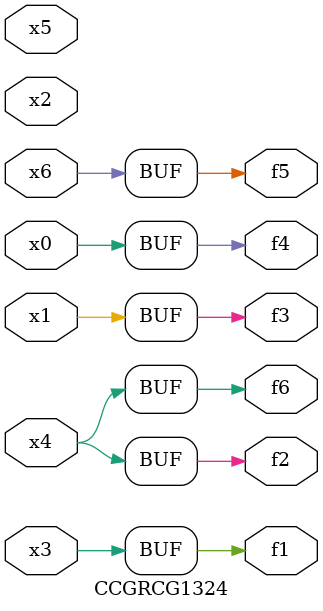
<source format=v>
module CCGRCG1324(
	input x0, x1, x2, x3, x4, x5, x6,
	output f1, f2, f3, f4, f5, f6
);
	assign f1 = x3;
	assign f2 = x4;
	assign f3 = x1;
	assign f4 = x0;
	assign f5 = x6;
	assign f6 = x4;
endmodule

</source>
